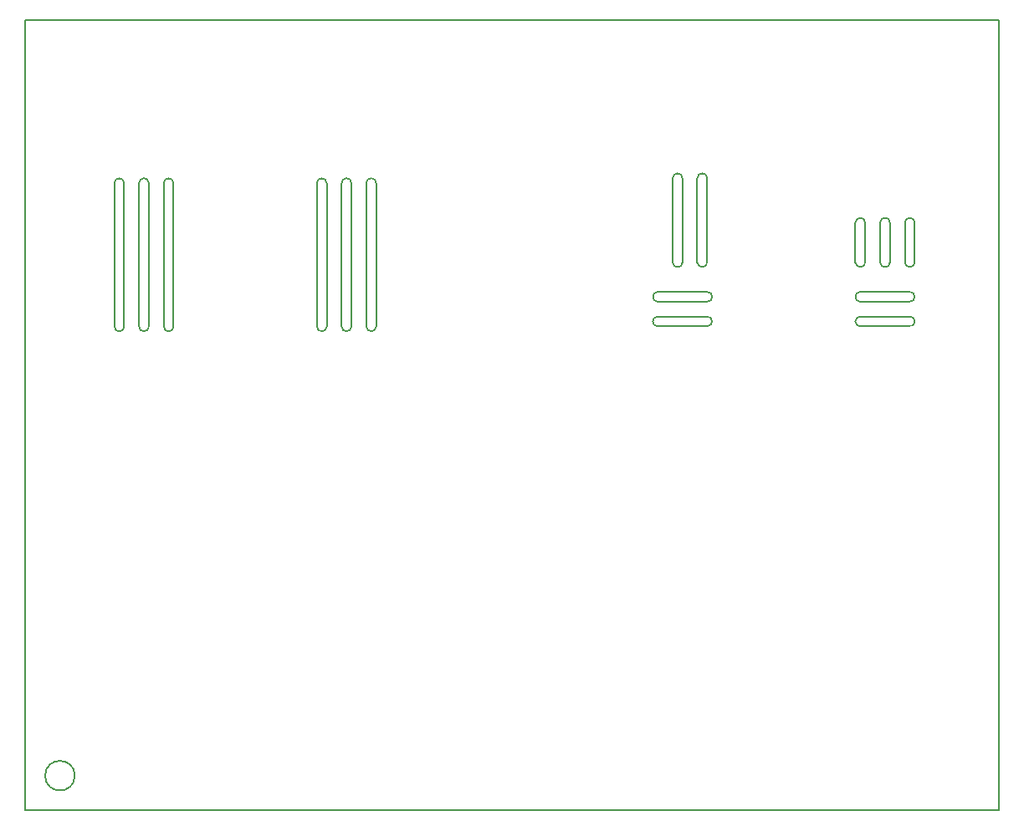
<source format=gbr>
%FSLAX34Y34*%
%MOMM*%
%LNOUTLINE*%
G71*
G01*
%ADD10C, 0.200*%
%LPD*%
G54D10*
X160000Y880000D02*
X1145000Y880000D01*
X1145000Y80000D01*
X160000Y80000D01*
X160000Y880000D01*
G54D10*
G75*
G01X210000Y115000D02*
G03X210000Y115000I-15000J0D01*
G01*
G54D10*
G75*
G01X260000Y715000D02*
G03X250000Y715000I-5000J0D01*
G01*
G54D10*
G75*
G01X250000Y570015D02*
G03X260000Y570015I5000J0D01*
G01*
G54D10*
X250000Y715000D02*
X250000Y570015D01*
G54D10*
X260000Y715000D02*
X260000Y570015D01*
G54D10*
G75*
G01X285000Y715000D02*
G03X275000Y715000I-5000J0D01*
G01*
G54D10*
G75*
G01X275000Y570015D02*
G03X285000Y570015I5000J0D01*
G01*
G54D10*
X275000Y715000D02*
X275000Y570015D01*
G54D10*
X285000Y715000D02*
X285000Y570015D01*
G54D10*
G75*
G01X310000Y715000D02*
G03X300000Y715000I-5000J0D01*
G01*
G54D10*
G75*
G01X300000Y570015D02*
G03X310000Y570015I5000J0D01*
G01*
G54D10*
X300000Y715000D02*
X300000Y570015D01*
G54D10*
X310000Y715000D02*
X310000Y570015D01*
G54D10*
G75*
G01X490000Y715000D02*
G03X480000Y715000I-5000J0D01*
G01*
G54D10*
G75*
G01X480000Y570015D02*
G03X490000Y570015I5000J0D01*
G01*
G54D10*
X480000Y715000D02*
X480000Y570015D01*
G54D10*
X490000Y715000D02*
X490000Y570015D01*
G54D10*
G75*
G01X515000Y715000D02*
G03X505000Y715000I-5000J0D01*
G01*
G54D10*
G75*
G01X505000Y570015D02*
G03X515000Y570015I5000J0D01*
G01*
G54D10*
X505000Y715000D02*
X505000Y570015D01*
G54D10*
X515000Y715000D02*
X515000Y570015D01*
G54D10*
G75*
G01X465000Y715000D02*
G03X455000Y715000I-5000J0D01*
G01*
G54D10*
G75*
G01X455000Y570015D02*
G03X465000Y570015I5000J0D01*
G01*
G54D10*
X455000Y715000D02*
X455000Y570015D01*
G54D10*
X465000Y715000D02*
X465000Y570015D01*
G54D10*
G75*
G01X825000Y720000D02*
G03X815000Y720000I-5000J0D01*
G01*
G54D10*
G75*
G01X815000Y635015D02*
G03X825000Y635015I5000J0D01*
G01*
G54D10*
X815000Y720000D02*
X815000Y635015D01*
G54D10*
X825000Y720000D02*
X825000Y635015D01*
G54D10*
G75*
G01X850000Y720000D02*
G03X840000Y720000I-5000J0D01*
G01*
G54D10*
G75*
G01X840000Y635015D02*
G03X850000Y635015I5000J0D01*
G01*
G54D10*
X840000Y720000D02*
X840000Y635015D01*
G54D10*
X850000Y720000D02*
X850000Y635015D01*
G54D10*
G75*
G01X1035000Y675000D02*
G03X1025000Y675000I-5000J0D01*
G01*
G54D10*
G75*
G01X1025000Y635015D02*
G03X1035000Y635015I5000J0D01*
G01*
G54D10*
X1025000Y675000D02*
X1025000Y635015D01*
G54D10*
X1035000Y675000D02*
X1035000Y635015D01*
G54D10*
G75*
G01X1010000Y675000D02*
G03X1000000Y675000I-5000J0D01*
G01*
G54D10*
G75*
G01X1000000Y635015D02*
G03X1010000Y635015I5000J0D01*
G01*
G54D10*
X1000000Y675000D02*
X1000000Y635015D01*
G54D10*
X1010000Y675000D02*
X1010000Y635015D01*
G54D10*
G75*
G01X1060000Y675000D02*
G03X1050000Y675000I-5000J0D01*
G01*
G54D10*
G75*
G01X1050000Y635015D02*
G03X1060000Y635015I5000J0D01*
G01*
G54D10*
X1050000Y675000D02*
X1050000Y635015D01*
G54D10*
X1060000Y675000D02*
X1060000Y635015D01*
G54D10*
G75*
G01X1055000Y570000D02*
G03X1055000Y580000I0J5000D01*
G01*
G54D10*
G75*
G01X1005016Y580000D02*
G03X1005016Y570000I0J-5000D01*
G01*
G54D10*
X1055000Y580000D02*
X1005016Y580000D01*
G54D10*
X1055000Y570000D02*
X1005016Y570000D01*
G54D10*
G75*
G01X1055000Y595000D02*
G03X1055000Y605000I0J5000D01*
G01*
G54D10*
G75*
G01X1005016Y605000D02*
G03X1005016Y595000I0J-5000D01*
G01*
G54D10*
X1055000Y605000D02*
X1005016Y605000D01*
G54D10*
X1055000Y595000D02*
X1005016Y595000D01*
G54D10*
G75*
G01X850000Y595000D02*
G03X850000Y605000I0J5000D01*
G01*
G54D10*
G75*
G01X800016Y605000D02*
G03X800016Y595000I0J-5000D01*
G01*
G54D10*
X850000Y605000D02*
X800016Y605000D01*
G54D10*
X850000Y595000D02*
X800016Y595000D01*
G54D10*
G75*
G01X850000Y570000D02*
G03X850000Y580000I0J5000D01*
G01*
G54D10*
G75*
G01X800016Y580000D02*
G03X800016Y570000I0J-5000D01*
G01*
G54D10*
X850000Y580000D02*
X800016Y580000D01*
G54D10*
X850000Y570000D02*
X800016Y570000D01*
M02*

</source>
